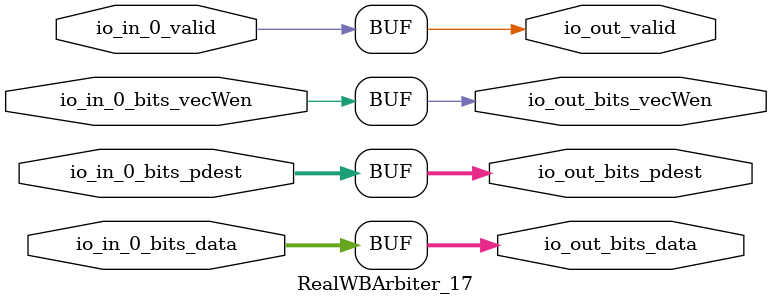
<source format=v>
module RealWBArbiter_17(
  input          io_in_0_valid,
  input          io_in_0_bits_vecWen,
  input  [6:0]   io_in_0_bits_pdest,
  input  [127:0] io_in_0_bits_data,
  output         io_out_valid,
  output         io_out_bits_vecWen,
  output [6:0]   io_out_bits_pdest,
  output [127:0] io_out_bits_data
);

  assign io_out_valid = io_in_0_valid;
  assign io_out_bits_vecWen = io_in_0_bits_vecWen;
  assign io_out_bits_pdest = io_in_0_bits_pdest;
  assign io_out_bits_data = io_in_0_bits_data;
endmodule


</source>
